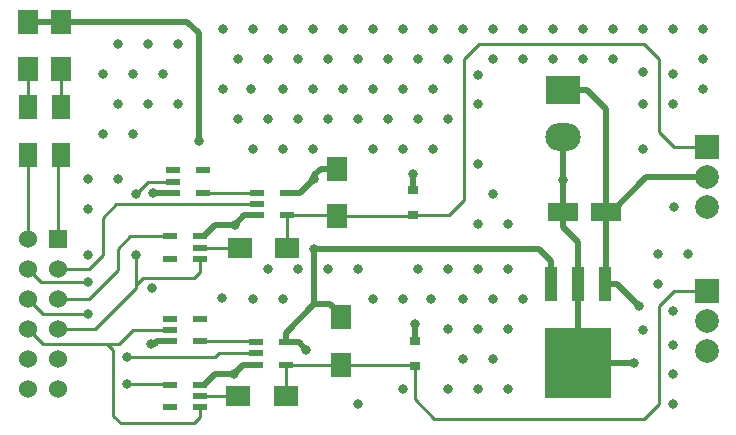
<source format=gtl>
G04 #@! TF.GenerationSoftware,KiCad,Pcbnew,(5.1.2)-2*
G04 #@! TF.CreationDate,2019-07-07T18:05:40+09:00*
G04 #@! TF.ProjectId,PmodICSIF,506d6f64-4943-4534-9946-2e6b69636164,rev?*
G04 #@! TF.SameCoordinates,Original*
G04 #@! TF.FileFunction,Copper,L1,Top*
G04 #@! TF.FilePolarity,Positive*
%FSLAX46Y46*%
G04 Gerber Fmt 4.6, Leading zero omitted, Abs format (unit mm)*
G04 Created by KiCad (PCBNEW (5.1.2)-2) date 2019-07-07 18:05:40*
%MOMM*%
%LPD*%
G04 APERTURE LIST*
%ADD10R,2.600000X1.600000*%
%ADD11R,1.600000X2.000000*%
%ADD12R,0.900000X0.800000*%
%ADD13R,1.200000X0.600000*%
%ADD14R,1.000000X2.850000*%
%ADD15R,5.550000X5.950000*%
%ADD16O,3.000000X2.350000*%
%ADD17R,3.000000X2.350000*%
%ADD18R,2.000000X2.000000*%
%ADD19C,2.000000*%
%ADD20R,1.700000X2.000000*%
%ADD21R,2.000000X1.700000*%
%ADD22R,1.524000X1.524000*%
%ADD23C,1.524000*%
%ADD24C,0.800000*%
%ADD25C,0.500000*%
%ADD26C,0.250000*%
G04 APERTURE END LIST*
D10*
X118999000Y-81534000D03*
X122599000Y-81534000D03*
D11*
X76454000Y-76708000D03*
X76454000Y-72708000D03*
X73660000Y-72708000D03*
X73660000Y-76708000D03*
D12*
X106426000Y-94615000D03*
X106426000Y-92515000D03*
X106299000Y-79688000D03*
X106299000Y-81788000D03*
D13*
X88245000Y-90617000D03*
X88245000Y-92517000D03*
X85745000Y-92517000D03*
X85745000Y-91567000D03*
X85745000Y-90617000D03*
X85999000Y-78044000D03*
X85999000Y-78994000D03*
X85999000Y-79944000D03*
X88499000Y-79944000D03*
X88499000Y-78044000D03*
X95504000Y-92583000D03*
X95504000Y-94483000D03*
X93004000Y-94483000D03*
X93004000Y-93533000D03*
X93004000Y-92583000D03*
X95611000Y-79949000D03*
X95611000Y-81849000D03*
X93111000Y-81849000D03*
X93111000Y-80899000D03*
X93111000Y-79949000D03*
D14*
X122555000Y-87630000D03*
X120265000Y-87630000D03*
X117975000Y-87630000D03*
D15*
X120265000Y-94380000D03*
D13*
X88245000Y-98105000D03*
X88245000Y-97155000D03*
X88245000Y-96205000D03*
X85745000Y-96205000D03*
X85745000Y-98105000D03*
X88245000Y-85532000D03*
X88245000Y-84582000D03*
X88245000Y-83632000D03*
X85745000Y-83632000D03*
X85745000Y-85532000D03*
D16*
X118999000Y-75207000D03*
D17*
X118999000Y-71247000D03*
D18*
X131191000Y-88265000D03*
D19*
X131191000Y-90805000D03*
X131191000Y-93345000D03*
X131191000Y-81153000D03*
X131191000Y-78613000D03*
D18*
X131191000Y-76073000D03*
D20*
X76454000Y-65469000D03*
X76454000Y-69469000D03*
X73660000Y-69469000D03*
X73660000Y-65469000D03*
D21*
X95504000Y-97155000D03*
X91504000Y-97155000D03*
X91631000Y-84582000D03*
X95631000Y-84582000D03*
D20*
X100203000Y-90488000D03*
X100203000Y-94488000D03*
X99822000Y-81915000D03*
X99822000Y-77915000D03*
D22*
X76200000Y-83820000D03*
D23*
X73660000Y-83820000D03*
X76200000Y-86360000D03*
X73660000Y-86360000D03*
X76200000Y-88900000D03*
X73660000Y-88900000D03*
X76200000Y-91440000D03*
X73660000Y-91440000D03*
X76200000Y-93980000D03*
X73660000Y-93980000D03*
X76200000Y-96520000D03*
X73660000Y-96520000D03*
D24*
X88138000Y-75565000D03*
X125460000Y-89535000D03*
X97239000Y-93218000D03*
X97917000Y-78743000D03*
X97917000Y-84709000D03*
X82804000Y-85217000D03*
X82804000Y-80010000D03*
X78740000Y-87503000D03*
X82042000Y-93853000D03*
X78740000Y-90170000D03*
X82042000Y-96139000D03*
X91186000Y-82674000D03*
X84267000Y-79944000D03*
X84074000Y-92710000D03*
X91137000Y-95250000D03*
X106299000Y-78359000D03*
X106426000Y-91059000D03*
X124968000Y-94361000D03*
X128397000Y-81153000D03*
X118999000Y-78867000D03*
X90170000Y-66040000D03*
X92710000Y-66040000D03*
X95250000Y-66040000D03*
X97790000Y-66040000D03*
X100330000Y-66040000D03*
X102870000Y-66040000D03*
X105410000Y-66040000D03*
X107950000Y-66040000D03*
X110490000Y-66040000D03*
X113030000Y-68580000D03*
X115570000Y-68580000D03*
X118110000Y-68580000D03*
X120650000Y-68580000D03*
X123190000Y-68580000D03*
X125730000Y-69723000D03*
X111760000Y-69977000D03*
X111760000Y-72390000D03*
X125730000Y-72390000D03*
X128270000Y-89916000D03*
X127000000Y-87630000D03*
X125730000Y-91567000D03*
X113030000Y-66040000D03*
X115570000Y-66040000D03*
X118110000Y-66040000D03*
X120650000Y-66040000D03*
X123190000Y-66040000D03*
X125730000Y-66040000D03*
X128270000Y-66040000D03*
X130810000Y-66040000D03*
X91440000Y-68580000D03*
X93980000Y-68580000D03*
X96520000Y-68580000D03*
X99060000Y-68580000D03*
X101600000Y-68580000D03*
X104140000Y-68580000D03*
X106680000Y-68580000D03*
X109220000Y-68580000D03*
X92583000Y-71120000D03*
X95250000Y-71120000D03*
X97790000Y-71120000D03*
X100330000Y-71120000D03*
X102870000Y-71120000D03*
X105410000Y-71120000D03*
X107950000Y-71120000D03*
X90170000Y-71120000D03*
X91440000Y-73660000D03*
X93980000Y-73660000D03*
X96520000Y-73660000D03*
X99060000Y-73660000D03*
X101600000Y-73660000D03*
X104140000Y-73660000D03*
X106680000Y-73660000D03*
X109220000Y-73660000D03*
X92710000Y-76200000D03*
X95250000Y-76200000D03*
X97790000Y-76200000D03*
X102870000Y-76200000D03*
X105410000Y-76200000D03*
X107950000Y-76200000D03*
X86360000Y-67310000D03*
X83820000Y-67310000D03*
X81280000Y-67310000D03*
X80010000Y-69850000D03*
X82550000Y-69850000D03*
X85090000Y-69850000D03*
X86360000Y-72390000D03*
X83820000Y-72390000D03*
X81280000Y-72390000D03*
X80010000Y-74930000D03*
X82550000Y-74930000D03*
X111760000Y-77470000D03*
X113030000Y-80010000D03*
X111760000Y-82550000D03*
X114300000Y-82550000D03*
X114300000Y-86360000D03*
X111760000Y-86360000D03*
X109220000Y-86360000D03*
X106680000Y-86360000D03*
X101600000Y-86360000D03*
X99060000Y-86360000D03*
X96520000Y-86360000D03*
X93980000Y-86360000D03*
X92710000Y-88900000D03*
X95250000Y-88900000D03*
X102870000Y-88900000D03*
X105410000Y-88900000D03*
X107823000Y-88900000D03*
X110490000Y-88900000D03*
X113030000Y-88900000D03*
X115570000Y-88900000D03*
X114300000Y-91440000D03*
X111760000Y-91440000D03*
X109220000Y-91440000D03*
X81280000Y-78740000D03*
X78740000Y-78740000D03*
X78740000Y-81280000D03*
X130810000Y-68580000D03*
X130810000Y-71120000D03*
X128270000Y-72390000D03*
X128270000Y-69850000D03*
X125730000Y-76200000D03*
X127000000Y-85090000D03*
X129540000Y-85090000D03*
X109220000Y-96520000D03*
X111760000Y-96520000D03*
X114300000Y-96520000D03*
X113030000Y-93980000D03*
X110490000Y-93980000D03*
X128270000Y-92837000D03*
X128270000Y-95250000D03*
X128270000Y-97790000D03*
X105410000Y-96520000D03*
X101600000Y-97790000D03*
X78740000Y-85217000D03*
X90106000Y-88837000D03*
X84201000Y-88011000D03*
D25*
X88138000Y-75565000D02*
X88138000Y-66421000D01*
X87186000Y-65469000D02*
X76454000Y-65469000D01*
X88138000Y-66421000D02*
X87186000Y-65469000D01*
X76454000Y-65469000D02*
X73660000Y-65469000D01*
X126020000Y-78613000D02*
X131191000Y-78613000D01*
X122599000Y-81534000D02*
X123099000Y-81534000D01*
X123099000Y-81534000D02*
X126020000Y-78613000D01*
X122599000Y-87586000D02*
X122555000Y-87630000D01*
X122599000Y-81534000D02*
X122599000Y-87586000D01*
X122599000Y-80234000D02*
X122599000Y-81534000D01*
X122599000Y-72847000D02*
X122599000Y-80234000D01*
X120999000Y-71247000D02*
X122599000Y-72847000D01*
X118999000Y-71247000D02*
X120999000Y-71247000D01*
X123555000Y-87630000D02*
X125460000Y-89535000D01*
X122555000Y-87630000D02*
X123555000Y-87630000D01*
X117975000Y-85705000D02*
X116979000Y-84709000D01*
X117975000Y-87630000D02*
X117975000Y-85705000D01*
X116979000Y-84709000D02*
X97917000Y-84709000D01*
X95504000Y-91783000D02*
X95504000Y-92583000D01*
X97917000Y-89370000D02*
X95504000Y-91783000D01*
X97917000Y-84709000D02*
X97917000Y-89370000D01*
X99235000Y-89370000D02*
X97917000Y-89370000D01*
X100203000Y-90338000D02*
X99235000Y-89370000D01*
X100203000Y-90488000D02*
X100203000Y-90338000D01*
X96604000Y-92583000D02*
X97239000Y-93218000D01*
X95504000Y-92583000D02*
X96604000Y-92583000D01*
X98472000Y-77915000D02*
X97917000Y-78470000D01*
X99822000Y-77915000D02*
X98472000Y-77915000D01*
X97917000Y-78743000D02*
X97917000Y-78470000D01*
X96711000Y-79949000D02*
X97917000Y-78743000D01*
X95611000Y-79949000D02*
X96711000Y-79949000D01*
D26*
X76200000Y-76962000D02*
X76454000Y-76708000D01*
X76200000Y-83820000D02*
X76200000Y-76962000D01*
X76454000Y-71458000D02*
X76454000Y-69469000D01*
X76454000Y-72708000D02*
X76454000Y-71458000D01*
X73660000Y-71458000D02*
X73660000Y-69469000D01*
X73660000Y-72708000D02*
X73660000Y-71458000D01*
X73660000Y-83820000D02*
X73660000Y-76708000D01*
X95504000Y-96055000D02*
X95504000Y-94483000D01*
X95504000Y-97155000D02*
X95504000Y-96055000D01*
X100198000Y-94483000D02*
X100203000Y-94488000D01*
X95504000Y-94483000D02*
X100198000Y-94483000D01*
X106299000Y-94488000D02*
X106426000Y-94615000D01*
X100203000Y-94488000D02*
X106299000Y-94488000D01*
X106426000Y-97409000D02*
X106426000Y-94615000D01*
X127127000Y-89535000D02*
X127127000Y-97790000D01*
X128397000Y-88265000D02*
X127127000Y-89535000D01*
X127127000Y-97790000D02*
X125857000Y-99060000D01*
X125857000Y-99060000D02*
X108077000Y-99060000D01*
X131191000Y-88265000D02*
X128397000Y-88265000D01*
X108077000Y-99060000D02*
X106426000Y-97409000D01*
X95631000Y-81869000D02*
X95611000Y-81849000D01*
X95631000Y-84582000D02*
X95631000Y-81869000D01*
X99756000Y-81849000D02*
X99822000Y-81915000D01*
X95611000Y-81849000D02*
X99756000Y-81849000D01*
X106172000Y-81915000D02*
X106299000Y-81788000D01*
X99822000Y-81915000D02*
X106172000Y-81915000D01*
X106299000Y-81788000D02*
X109347000Y-81788000D01*
X109347000Y-81788000D02*
X110617000Y-80518000D01*
X110617000Y-80518000D02*
X110617000Y-68580000D01*
X110617000Y-68580000D02*
X111887000Y-67310000D01*
X111887000Y-67310000D02*
X125857000Y-67310000D01*
X131191000Y-76073000D02*
X128397000Y-76073000D01*
X128397000Y-76073000D02*
X127127000Y-74803000D01*
X127127000Y-74803000D02*
X127127000Y-68580000D01*
X127127000Y-68580000D02*
X125857000Y-67310000D01*
X92938000Y-92517000D02*
X93004000Y-92583000D01*
X88245000Y-92517000D02*
X92938000Y-92517000D01*
X73660000Y-91440000D02*
X74930000Y-92710000D01*
X81407000Y-92710000D02*
X82550000Y-91567000D01*
X82550000Y-91567000D02*
X85745000Y-91567000D01*
X88245000Y-98105000D02*
X88245000Y-98953000D01*
X88245000Y-98953000D02*
X87757000Y-99441000D01*
X87757000Y-99441000D02*
X81534000Y-99441000D01*
X81534000Y-99441000D02*
X80899000Y-98806000D01*
X80899000Y-93218000D02*
X80391000Y-92710000D01*
X80899000Y-98806000D02*
X80899000Y-93218000D01*
X74930000Y-92710000D02*
X80391000Y-92710000D01*
X80391000Y-92710000D02*
X81407000Y-92710000D01*
X76200000Y-91440000D02*
X77277630Y-91440000D01*
X77277630Y-91440000D02*
X79375000Y-91440000D01*
X79375000Y-91440000D02*
X82804000Y-88011000D01*
X83820000Y-78994000D02*
X82804000Y-80010000D01*
X85999000Y-78994000D02*
X83820000Y-78994000D01*
X88245000Y-86082000D02*
X88265000Y-86102000D01*
X88245000Y-85532000D02*
X88245000Y-86082000D01*
X88265000Y-86102000D02*
X88265000Y-86614000D01*
X88265000Y-86614000D02*
X87757000Y-87122000D01*
X83439000Y-87122000D02*
X82804000Y-87757000D01*
X87757000Y-87122000D02*
X83439000Y-87122000D01*
X82804000Y-88011000D02*
X82804000Y-87757000D01*
X82804000Y-87757000D02*
X82804000Y-85217000D01*
X93106000Y-79944000D02*
X93111000Y-79949000D01*
X88499000Y-79944000D02*
X93106000Y-79944000D01*
X73660000Y-86360000D02*
X74421999Y-87121999D01*
X74421999Y-87121999D02*
X74803000Y-87503000D01*
X74803000Y-87503000D02*
X78740000Y-87503000D01*
X93004000Y-93533000D02*
X89855000Y-93533000D01*
X89855000Y-93533000D02*
X89535000Y-93853000D01*
X89535000Y-93853000D02*
X82042000Y-93853000D01*
X76200000Y-86360000D02*
X77277630Y-86360000D01*
X77277630Y-86360000D02*
X78867000Y-86360000D01*
X78867000Y-86360000D02*
X80010000Y-85217000D01*
X93111000Y-80899000D02*
X81153000Y-80899000D01*
X80010000Y-82042000D02*
X80010000Y-85217000D01*
X81153000Y-80899000D02*
X80010000Y-82042000D01*
X88245000Y-97155000D02*
X91504000Y-97155000D01*
X73660000Y-88900000D02*
X74930000Y-90170000D01*
X74930000Y-90170000D02*
X78232000Y-90170000D01*
X78232000Y-90170000D02*
X78740000Y-90170000D01*
X85679000Y-96139000D02*
X85745000Y-96205000D01*
X82042000Y-96139000D02*
X85679000Y-96139000D01*
X88245000Y-84582000D02*
X91631000Y-84582000D01*
X82357000Y-83632000D02*
X85745000Y-83632000D01*
X81280000Y-84709000D02*
X82357000Y-83632000D01*
X81280000Y-86487000D02*
X81280000Y-84709000D01*
X76200000Y-88900000D02*
X78867000Y-88900000D01*
X78867000Y-88900000D02*
X81280000Y-86487000D01*
D25*
X120265000Y-85705000D02*
X120265000Y-87630000D01*
X120265000Y-84100000D02*
X120265000Y-85705000D01*
X118999000Y-82834000D02*
X120265000Y-84100000D01*
X118999000Y-81534000D02*
X118999000Y-82834000D01*
X120265000Y-89555000D02*
X120265000Y-94380000D01*
X120265000Y-87630000D02*
X120265000Y-89555000D01*
X92011000Y-81849000D02*
X91186000Y-82674000D01*
X93111000Y-81849000D02*
X92011000Y-81849000D01*
X85999000Y-79944000D02*
X84267000Y-79944000D01*
X88245000Y-83632000D02*
X88580000Y-83632000D01*
X89538000Y-82674000D02*
X91186000Y-82674000D01*
X88580000Y-83632000D02*
X89538000Y-82674000D01*
X84645000Y-92517000D02*
X84452000Y-92710000D01*
X85745000Y-92517000D02*
X84645000Y-92517000D01*
X84452000Y-92710000D02*
X84074000Y-92710000D01*
X91904000Y-94483000D02*
X91137000Y-95250000D01*
X93004000Y-94483000D02*
X91904000Y-94483000D01*
X89535000Y-95250000D02*
X91137000Y-95250000D01*
X88245000Y-96205000D02*
X88580000Y-96205000D01*
X88580000Y-96205000D02*
X89535000Y-95250000D01*
X106299000Y-79688000D02*
X106299000Y-78359000D01*
X106426000Y-92515000D02*
X106426000Y-91059000D01*
X123540000Y-94380000D02*
X123559000Y-94361000D01*
X120265000Y-94380000D02*
X123540000Y-94380000D01*
X123559000Y-94361000D02*
X124968000Y-94361000D01*
X118999000Y-78867000D02*
X118999000Y-81534000D01*
X118999000Y-75207000D02*
X118999000Y-78867000D01*
M02*

</source>
